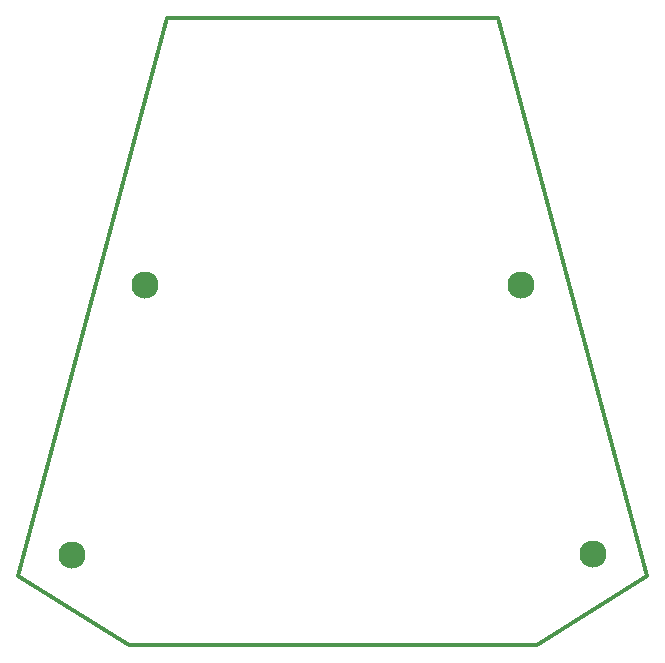
<source format=gbs>
%TF.GenerationSoftware,KiCad,Pcbnew,(6.0.6)*%
%TF.CreationDate,2022-07-10T10:09:25+09:00*%
%TF.ProjectId,nowt_promicro_plate_standard,6e6f7774-5f70-4726-9f6d-6963726f5f70,rev?*%
%TF.SameCoordinates,Original*%
%TF.FileFunction,Soldermask,Bot*%
%TF.FilePolarity,Negative*%
%FSLAX46Y46*%
G04 Gerber Fmt 4.6, Leading zero omitted, Abs format (unit mm)*
G04 Created by KiCad (PCBNEW (6.0.6)) date 2022-07-10 10:09:25*
%MOMM*%
%LPD*%
G01*
G04 APERTURE LIST*
%TA.AperFunction,Profile*%
%ADD10C,0.349999*%
%TD*%
%ADD11C,2.300000*%
G04 APERTURE END LIST*
D10*
X43576143Y-16103908D02*
X29584279Y-16103908D01*
X43576143Y-16103908D02*
X43576143Y-16103908D01*
X57568006Y-16103908D02*
X43576143Y-16103908D01*
X57568006Y-16103908D02*
X57568006Y-16103908D01*
X70227388Y-63349361D02*
X57568006Y-16103908D01*
X70227388Y-63349361D02*
X70227388Y-63349361D01*
X60843626Y-69212985D02*
X70227388Y-63349361D01*
X60843626Y-69212985D02*
X60843626Y-69212985D01*
X43576143Y-69212985D02*
X60843626Y-69212985D01*
X43576143Y-69212985D02*
X43576143Y-69212985D01*
X26308660Y-69212985D02*
X43576143Y-69212985D01*
X26308660Y-69212985D02*
X26308660Y-69212985D01*
X16924898Y-63349361D02*
X26308660Y-69212985D01*
X16924898Y-63349361D02*
X16924898Y-63349361D01*
X29584279Y-16103908D02*
X16924898Y-63349361D01*
D11*
%TO.C,REF\u002A\u002A*%
X59480000Y-38680000D03*
%TD*%
%TO.C,REF\u002A\u002A*%
X65600000Y-61520000D03*
%TD*%
%TO.C,REF\u002A\u002A*%
X21540000Y-61550000D03*
%TD*%
%TO.C,REF\u002A\u002A*%
X27670000Y-38680000D03*
%TD*%
M02*

</source>
